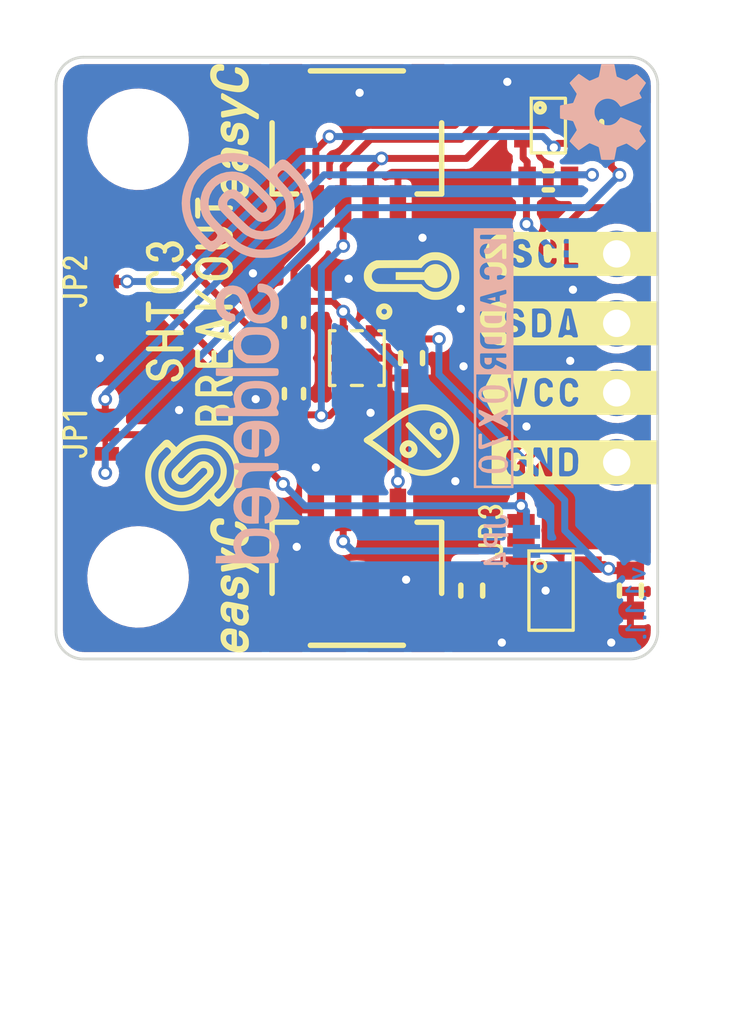
<source format=kicad_pcb>
(kicad_pcb (version 20210623) (generator pcbnew)
  (title_block (title "SHTC3 breakout") (date "2021-07-15") (rev "V1.1.1.") (company "SOLDERED") (comment 1 "333032"))
  (layers (0 "F.Cu" mixed) (31 "B.Cu" signal) (34 "B.Paste" user) (35 "F.Paste" user) (36 "B.SilkS" user "B.Silkscreen") (37 "F.SilkS" user "F.Silkscreen") (38 "B.Mask" user) (39 "F.Mask" user) (44 "Edge.Cuts" user))
  (net 0 "")
  (net 1 "3V3")
  (net 2 "GND")
  (net 3 "Net-(C2-Pad2)")
  (net 4 "SDA_PULL5")
  (net 5 "5V")
  (net 6 "SCL_PULL5")
  (net 7 "SDA_PULL3,3")
  (net 8 "SCL_PULL3,3")
  (net 9 "SDA3,3")
  (net 10 "SCL3,3")
  (net 11 "SCL5")
  (net 12 "SDA5")
  (footprint "Soldered Graphics:Logo-Front-easyC-5mm" (layer "F.Cu") (at 86.5 137.3 90)
    (fp_text reference "G***" hide)
    (fp_text value "LOGO" hide)
  )
  (footprint "e-radionica.com footprinti:SOT-363" (layer "F.Cu") (at 98 120.5)
    (fp_text reference "U1")
    (fp_text value "NMOS-DUAL")
    (pad "1" smd rect locked (at -0.92 -0.65 90) (size 0.3 0.66) (layers "F.Cu" "F.Paste" "F.Mask") (net 9 "SDA3,3"))
    (pad "2" smd rect locked (at -0.92 0 90) (size 0.3 0.66) (layers "F.Cu" "F.Paste" "F.Mask") (net 1 "3V3"))
    (pad "3" smd rect locked (at -0.92 0.65 90) (size 0.3 0.66) (layers "F.Cu" "F.Paste" "F.Mask") (net 11 "SCL5"))
    (pad "4" smd rect locked (at 0.92 0.65 90) (size 0.3 0.66) (layers "F.Cu" "F.Paste" "F.Mask") (net 10 "SCL3,3"))
    (pad "5" smd rect locked (at 0.92 0 90) (size 0.3 0.66) (layers "F.Cu" "F.Paste" "F.Mask") (net 1 "3V3"))
    (pad "6" smd rect locked (at 0.92 -0.65 90) (size 0.3 0.66) (layers "F.Cu" "F.Paste" "F.Mask") (net 12 "SDA5"))
  )
  (footprint "Soldered Graphics:Symbol-Front-Temperature" (layer "F.Cu") (at 93 126 90)
    (fp_text reference "G***" hide)
    (fp_text value "LOGO" hide)
  )
  (footprint "e-radionica.com footprinti:SMD_JUMPER_3_PAD_TRACE" (layer "F.Cu") (at 81.8 131.8 -90)
    (fp_text reference "JP1")
    (fp_text value "SMD_JUMPER_3_PAD_TRACE")
    (fp_poly (pts (xy 0.45 0.05) (xy 0.25 0.05) (xy 0.25 -0.05) (xy 0.45 -0.05)) (layer "F.Cu") (width 0.1) (fill solid))
    (fp_poly (pts (xy -0.25 0.05) (xy -0.45 0.05) (xy -0.45 -0.05) (xy -0.25 -0.05)) (layer "F.Cu") (width 0.1) (fill solid))
    (pad "1" smd rect locked (at -0.7 0 90) (size 0.5 1) (layers "F.Cu" "F.Mask") (net 6 "SCL_PULL5"))
    (pad "2" smd custom locked (at 0 0 90) (size 0.5 1) (layers "F.Cu" "F.Mask") (net 5 "5V") (options (clearance outline) (anchor rect)) (primitives))
    (pad "3" smd rect locked (at 0.7 0 90) (size 0.5 1) (layers "F.Cu" "F.Mask") (net 4 "SDA_PULL5"))
  )
  (footprint "buzzardLabel" (layer "F.Cu") (at 102.4 132.81)
    (fp_text reference "" (at 0 0) (layer "F.SilkS") (effects (font (size 1.27 1.27))))
    (fp_text value "" (at 0 0) (layer "F.SilkS") (effects (font (size 1.27 1.27))))
  )
  (footprint "e-radionica.com footprinti:SMD_JUMPER_3_PAD_TRACE" (layer "F.Cu") (at 81.8 126.2 -90)
    (fp_text reference "JP2")
    (fp_text value "SMD_JUMPER_3_PAD_TRACE")
    (fp_poly (pts (xy 0.45 0.05) (xy 0.25 0.05) (xy 0.25 -0.05) (xy 0.45 -0.05)) (layer "F.Cu") (width 0.1) (fill solid))
    (fp_poly (pts (xy -0.25 0.05) (xy -0.45 0.05) (xy -0.45 -0.05) (xy -0.25 -0.05)) (layer "F.Cu") (width 0.1) (fill solid))
    (pad "1" smd rect locked (at -0.7 0 90) (size 0.5 1) (layers "F.Cu" "F.Mask") (net 8 "SCL_PULL3,3"))
    (pad "2" smd custom locked (at 0 0 90) (size 0.5 1) (layers "F.Cu" "F.Mask") (net 1 "3V3") (options (clearance outline) (anchor rect)) (primitives))
    (pad "3" smd rect locked (at 0.7 0 90) (size 0.5 1) (layers "F.Cu" "F.Mask") (net 7 "SDA_PULL3,3"))
  )
  (footprint "e-radionica.com footprinti:SOT-23-5" (layer "F.Cu") (at 98.1 137.5)
    (fp_text reference "U3")
    (fp_text value "SE5218")
    (pad "1" smd rect locked (at -1.3 -0.95) (size 1.1 0.6) (layers "F.Cu" "F.Paste" "F.Mask") (net 3 "Net-(C2-Pad2)"))
    (pad "2" smd rect locked (at -1.3 0) (size 1.1 0.6) (layers "F.Cu" "F.Paste" "F.Mask") (net 2 "GND"))
    (pad "3" smd rect locked (at -1.3 0.95) (size 1.1 0.6) (layers "F.Cu" "F.Paste" "F.Mask") (net 3 "Net-(C2-Pad2)"))
    (pad "4" smd rect locked (at 1.3 0.95) (size 1.1 0.6) (layers "F.Cu" "F.Paste" "F.Mask"))
    (pad "5" smd rect locked (at 1.3 -0.95) (size 1.1 0.6) (layers "F.Cu" "F.Paste" "F.Mask") (net 1 "3V3"))
  )
  (footprint "Soldered Graphics:Logo-Front-easyC-5mm" (layer "F.Cu") (at 86.5 120.7 90)
    (fp_text reference "G***" hide)
    (fp_text value "LOGO" hide)
  )
  (footprint "e-radionica.com footprinti:HOLE_3.2mm" (layer "F.Cu") (at 83 137)
    (fp_text reference "H1" hide)
    (fp_text value "HOLE_3.2mm" hide)
    (pad "" np_thru_hole circle locked (at 0 0) (size 3.2 3.2) (drill 3.2) (layers F&B.Cu *.Mask))
  )
  (footprint "e-radionica.com footprinti:0603R" (layer "F.Cu") (at 88.7 127.7 -90)
    (fp_text reference "R4")
    (fp_text value "10k")
    (pad "1" smd rect locked (at -0.775 0) (size 1 0.64) (layers "F.Cu" "F.Paste" "F.Mask") (net 10 "SCL3,3"))
    (pad "2" smd rect locked (at 0.775 0) (size 1 0.64) (layers "F.Cu" "F.Paste" "F.Mask") (net 8 "SCL_PULL3,3"))
  )
  (footprint "buzzardLabel" (layer "F.Cu") (at 80.7 131.8 90)
    (fp_text reference "" (at 0 0 90) (layer "F.SilkS") (effects (font (size 1.27 1.27))))
    (fp_text value "" (at 0 0 90) (layer "F.SilkS") (effects (font (size 1.27 1.27))))
  )
  (footprint "buzzardLabel" (layer "F.Cu") (at 80.7 126.2 90)
    (fp_text reference "" (at 0 0 90) (layer "F.SilkS") (effects (font (size 1.27 1.27))))
    (fp_text value "" (at 0 0 90) (layer "F.SilkS") (effects (font (size 1.27 1.27))))
  )
  (footprint "buzzardLabel" (layer "F.Cu") (at 102.4 125.19)
    (fp_text reference "" (at 0 0) (layer "F.SilkS") (effects (font (size 1.27 1.27))))
    (fp_text value "" (at 0 0) (layer "F.SilkS") (effects (font (size 1.27 1.27))))
  )
  (footprint "e-radionica.com footprinti:SMD-JUMPER-CONNECTED_TRACE_SLODERMASK" (layer "F.Cu") (at 97 135.3 90)
    (fp_text reference "JP3")
    (fp_text value "SMD-JUMPER-CONNECTED_TRACE_SLODERMASK")
    (fp_poly (pts (xy 0.1 0.1) (xy -0.1 0.1) (xy -0.1 -0.1) (xy 0.1 -0.1)) (layer "F.Cu") (width 0.1) (fill solid))
    (pad "1" smd rect (at -0.35 0 90) (size 0.5 1) (layers "F.Cu" "F.Mask") (net 3 "Net-(C2-Pad2)"))
    (pad "2" smd rect (at 0.35 0 90) (size 0.5 1) (layers "F.Cu" "F.Mask") (net 5 "5V"))
  )
  (footprint "Soldered Graphics:Symbol-Front-Humidity" (layer "F.Cu") (at 93 132 90)
    (fp_text reference "G***" hide)
    (fp_text value "LOGO" hide)
  )
  (footprint "e-radionica.com footprinti:0603C" (layer "F.Cu") (at 101 137.5 90)
    (fp_text reference "C1")
    (fp_text value "0.1uF")
    (pad "1" smd rect locked (at -0.73 0 90) (size 0.66 1) (layers "F.Cu" "F.Paste" "F.Mask") (net 2 "GND"))
    (pad "2" smd rect locked (at 0.73 0 90) (size 0.66 1) (layers "F.Cu" "F.Paste" "F.Mask") (net 1 "3V3"))
  )
  (footprint "Soldered Graphics:Logo-Front-Soldered-3.5mm" (layer "F.Cu") (at 85 133.2 90)
    (fp_text reference "G***" hide)
    (fp_text value "LOGO" hide)
  )
  (footprint "Soldered Graphics:Logo-Back-OSH-3.5mm" (layer "F.Cu") (at 100 120 90)
    (fp_text reference "G***" hide)
    (fp_text value "LOGO" hide)
  )
  (footprint "e-radionica.com footprinti:easyC-connector" (layer "F.Cu") (at 91 136.7 180)
    (fp_text reference "K1")
    (fp_text value "easyC-SMD")
    (pad "1" smd rect locked (at -1.5 2.15 180) (size 0.6 1.55) (layers "F.Cu" "F.Paste" "F.Mask") (net 10 "SCL3,3"))
    (pad "2" smd rect locked (at -0.5 2.15 180) (size 0.6 1.55) (layers "F.Cu" "F.Paste" "F.Mask") (net 9 "SDA3,3"))
    (pad "3" smd rect locked (at 0.5 2.15 180) (size 0.6 1.55) (layers "F.Cu" "F.Paste" "F.Mask") (net 1 "3V3"))
    (pad "4" smd rect locked (at 1.5 2.15 180) (size 0.6 1.55) (layers "F.Cu" "F.Paste" "F.Mask") (net 2 "GND"))
    (pad "5" smd rect locked (at -2.6 -2.15 180) (size 1.2 1.8) (layers "F.Cu" "F.Paste" "F.Mask") (net 2 "GND"))
    (pad "5" smd rect locked (at 2.6 -2.15 180) (size 1.2 1.8) (layers "F.Cu" "F.Paste" "F.Mask") (net 2 "GND"))
  )
  (footprint "buzzardLabel" (layer "F.Cu") (at 102.4 127.73)
    (fp_text reference "" (at 0 0) (layer "F.SilkS") (effects (font (size 1.27 1.27))))
    (fp_text value "" (at 0 0) (layer "F.SilkS") (effects (font (size 1.27 1.27))))
  )
  (footprint "Soldered Graphics:Logo-Back-SolderedFULL-15mm" (layer "F.Cu") (at 87 129 90)
    (fp_text reference "REF**" hide)
    (fp_text value "Logo-Front-SolderedFULL-15mm" hide)
  )
  (footprint "e-radionica.com footprinti:0603R" (layer "F.Cu") (at 88.7 130.3 -90)
    (fp_text reference "R1")
    (fp_text value "10k")
    (pad "1" smd rect locked (at -0.775 0) (size 1 0.64) (layers "F.Cu" "F.Paste" "F.Mask") (net 7 "SDA_PULL3,3"))
    (pad "2" smd rect locked (at 0.775 0) (size 1 0.64) (layers "F.Cu" "F.Paste" "F.Mask") (net 9 "SDA3,3"))
  )
  (footprint "buzzardLabel" (layer "F.Cu") (at 95.9 135.3 90)
    (fp_text reference "" (at 0 0 90) (layer "F.SilkS") (effects (font (size 1.27 1.27))))
    (fp_text value "" (at 0 0 90) (layer "F.SilkS") (effects (font (size 1.27 1.27))))
  )
  (footprint "e-radionica.com footprinti:SHTC3" (layer "F.Cu") (at 91 129 -90)
    (fp_text reference "U2")
    (fp_text value "SHTC3")
    (pad "1" smd rect (at -0.925 -0.5) (size 0.35 0.55) (layers "F.Cu" "F.Paste" "F.Mask") (net 1 "3V3"))
    (pad "2" smd rect (at -0.925 0.5) (size 0.35 0.55) (layers "F.Cu" "F.Paste" "F.Mask") (net 10 "SCL3,3"))
    (pad "3" smd rect (at 0.925 0.5) (size 0.35 0.55) (layers "F.Cu" "F.Paste" "F.Mask") (net 9 "SDA3,3"))
    (pad "4" smd rect (at 0.925 -0.5) (size 0.35 0.55) (layers "F.Cu" "F.Paste" "F.Mask") (net 2 "GND"))
    (pad "5" smd custom (at 0 0) (size 0.8 0.7) (layers "F.Cu" "F.Paste" "F.Mask") (net 2 "GND") (options (clearance outline) (anchor rect)) (primitives (gr_poly (pts (xy -0.75 0.3) (xy -0.75 -0.3) (xy 0.55 -0.3) (xy 0.75 -0.1) (xy 0.75 0.3)) (width 0.1) (fill yes))))
  )
  (footprint "e-radionica.com footprinti:HOLE_3.2mm" (layer "F.Cu") (at 83 121)
    (fp_text reference "H2" hide)
    (fp_text value "HOLE_3.2mm" hide)
    (pad "" np_thru_hole circle locked (at 0 0) (size 3.2 3.2) (drill 3.2) (layers F&B.Cu *.Mask))
  )
  (footprint "buzzardLabel" (layer "F.Cu") (at 102.4 130.27)
    (fp_text reference "" (at 0 0) (layer "F.SilkS") (effects (font (size 1.27 1.27))))
    (fp_text value "" (at 0 0) (layer "F.SilkS") (effects (font (size 1.27 1.27))))
  )
  (footprint "e-radionica.com footprinti:easyC-connector" (layer "F.Cu") (at 91 121.3)
    (fp_text reference "K3")
    (fp_text value "easyC-SMD")
    (pad "1" smd rect locked (at -1.5 2.15) (size 0.6 1.55) (layers "F.Cu" "F.Paste" "F.Mask") (net 10 "SCL3,3"))
    (pad "2" smd rect locked (at -0.5 2.15) (size 0.6 1.55) (layers "F.Cu" "F.Paste" "F.Mask") (net 9 "SDA3,3"))
    (pad "3" smd rect locked (at 0.5 2.15) (size 0.6 1.55) (layers "F.Cu" "F.Paste" "F.Mask") (net 1 "3V3"))
    (pad "4" smd rect locked (at 1.5 2.15) (size 0.6 1.55) (layers "F.Cu" "F.Paste" "F.Mask") (net 2 "GND"))
    (pad "5" smd rect locked (at 2.6 -2.15) (size 1.2 1.8) (layers "F.Cu" "F.Paste" "F.Mask") (net 2 "GND"))
    (pad "5" smd rect locked (at -2.6 -2.15) (size 1.2 1.8) (layers "F.Cu" "F.Paste" "F.Mask") (net 2 "GND"))
  )
  (footprint "e-radionica.com footprinti:FIDUCIAL_23" (layer "F.Cu") (at 91 138)
    (fp_text reference "FD1")
    (fp_text value "FIDUCIAL")
    (fp_circle (center 0 0) (end 1 0) (layer "F.Cu") (width 0.2) (fill none))
    (pad "1" smd circle (at 0 0) (size 1 1) (layers "F.Cu" "F.Paste" "F.Mask") (clearance 1.1))
  )
  (footprint "e-radionica.com footprinti:0603R" (layer "F.Cu") (at 98 122.5 180)
    (fp_text reference "R2")
    (fp_text value "10k")
    (pad "1" smd rect locked (at -0.775 0 270) (size 1 0.64) (layers "F.Cu" "F.Paste" "F.Mask") (net 6 "SCL_PULL5"))
    (pad "2" smd rect locked (at 0.775 0 270) (size 1 0.64) (layers "F.Cu" "F.Paste" "F.Mask") (net 11 "SCL5"))
  )
  (footprint "e-radionica.com footprinti:0603C" (layer "F.Cu") (at 93 129 90)
    (fp_text reference "C3")
    (fp_text value "2.2uF")
    (pad "1" smd rect locked (at -0.73 0 90) (size 0.66 1) (layers "F.Cu" "F.Paste" "F.Mask") (net 2 "GND"))
    (pad "2" smd rect locked (at 0.73 0 90) (size 0.66 1) (layers "F.Cu" "F.Paste" "F.Mask") (net 1 "3V3"))
  )
  (footprint "buzzardLabel" (layer "F.Cu") (at 84 127.3 90)
    (fp_text reference "" (at 0 0 90) (layer "F.SilkS") (effects (font (size 1.27 1.27))))
    (fp_text value "" (at 0 0 90) (layer "F.SilkS") (effects (font (size 1.27 1.27))))
  )
  (footprint "e-radionica.com footprinti:0603R" (layer "F.Cu") (at 100.3 120.5 -90)
    (fp_text reference "R3")
    (fp_text value "10k")
    (pad "1" smd rect locked (at -0.775 0) (size 1 0.64) (layers "F.Cu" "F.Paste" "F.Mask") (net 12 "SDA5"))
    (pad "2" smd rect locked (at 0.775 0) (size 1 0.64) (layers "F.Cu" "F.Paste" "F.Mask") (net 4 "SDA_PULL5"))
  )
  (footprint "e-radionica.com footprinti:0603C" (layer "F.Cu") (at 95.2 137.5 90)
    (fp_text reference "C2")
    (fp_text value "2.2uF")
    (pad "1" smd rect locked (at -0.73 0 90) (size 0.66 1) (layers "F.Cu" "F.Paste" "F.Mask") (net 2 "GND"))
    (pad "2" smd rect locked (at 0.73 0 90) (size 0.66 1) (layers "F.Cu" "F.Paste" "F.Mask") (net 3 "Net-(C2-Pad2)"))
  )
  (footprint "buzzardLabel" (layer "F.Cu") (at 85.8 127.3 90)
    (fp_text reference "" (at 0 0 90) (layer "F.SilkS") (effects (font (size 1.27 1.27))))
    (fp_text value "" (at 0 0 90) (layer "F.SilkS") (effects (font (size 1.27 1.27))))
  )
  (footprint "Soldered Graphics:Version1.1.1." (layer "B.Cu") (at 101.2 138 -90)
    (fp_text reference "REF**" hide)
    (fp_text value "Version1.1.1." hide)
    (fp_poly (pts (xy 1.14 -0.38) (xy 1.19 -0.38) (xy 1.24 -0.37) (xy 1.25 -0.33) (xy 1.25 -0.27) (xy 1.2 -0.26) (xy 1.15 -0.26) (xy 1.12 -0.29) (xy 1.12 -0.34) (xy 1.14 -0.38)) (layer "B.Cu") (width 0.01) (fill solid))
    (fp_poly (pts (xy 0.91 -0.35) (xy 0.96 -0.35) (xy 0.98 -0.31) (xy 0.98 0.35) (xy 0.95 0.38) (xy 0.89 0.38) (xy 0.86 0.34) (xy 0.74 0.22) (xy 0.73 0.17) (xy 0.76 0.16) (xy 0.85 0.22) (xy 0.89 0.23) (xy 0.89 -0.31) (xy 0.91 -0.35)) (layer "B.Cu") (width 0.01) (fill solid))
    (fp_poly (pts (xy 0.21 -0.35) (xy 0.26 -0.35) (xy 0.28 -0.31) (xy 0.28 0.35) (xy 0.24 0.38) (xy 0.19 0.38) (xy 0.15 0.34) (xy 0.04 0.22) (xy 0.02 0.17) (xy 0.05 0.16) (xy 0.14 0.22) (xy 0.18 0.23) (xy 0.18 -0.31) (xy 0.21 -0.35)) (layer "B.Cu") (width 0.01) (fill solid))
    (fp_poly (pts (xy 0.43 -0.38) (xy 0.48 -0.38) (xy 0.54 -0.37) (xy 0.54 -0.33) (xy 0.54 -0.27) (xy 0.5 -0.26) (xy 0.45 -0.26) (xy 0.42 -0.29) (xy 0.42 -0.34) (xy 0.43 -0.38)) (layer "B.Cu") (width 0.01) (fill solid))
    (fp_poly (pts (xy -1.15 -0.35) (xy -1.1 -0.35) (xy -1.07 -0.31) (xy -0.92 0.1) (xy -0.94 0.13) (xy -0.99 0.13) (xy -1.02 0.1) (xy -1.11 -0.16) (xy -1.13 -0.21) (xy -1.15 -0.17) (xy -1.24 0.09) (xy -1.26 0.13) (xy -1.32 0.13) (xy -1.34 0.1) (xy -1.18 -0.31) (xy -1.15 -0.35)) (layer "B.Cu") (width 0.01) (fill solid))
    (fp_poly (pts (xy -0.27 -0.38) (xy -0.22 -0.38) (xy -0.17 -0.37) (xy -0.16 -0.33) (xy -0.16 -0.27) (xy -0.21 -0.26) (xy -0.26 -0.26) (xy -0.29 -0.29) (xy -0.29 -0.34) (xy -0.27 -0.38)) (layer "B.Cu") (width 0.01) (fill solid))
    (fp_poly (pts (xy -0.5 -0.35) (xy -0.44 -0.35) (xy -0.43 -0.31) (xy -0.43 0.35) (xy -0.46 0.38) (xy -0.52 0.38) (xy -0.55 0.34) (xy -0.67 0.22) (xy -0.68 0.17) (xy -0.65 0.16) (xy -0.56 0.22) (xy -0.52 0.23) (xy -0.52 -0.31) (xy -0.5 -0.35)) (layer "B.Cu") (width 0.01) (fill solid))
  )
  (footprint "e-radionica.com footprinti:HEADER_MALE_4X1" (layer "B.Cu") (at 100.5 129 90)
    (fp_text reference "K2")
    (fp_text value "HEADER_MALE_4X1")
    (pad "1" thru_hole circle locked (at -3.81 0 90) (size 1.7 1.7) (drill 1) (layers *.Cu *.Mask) (net 2 "GND"))
    (pad "2" thru_hole circle locked (at -1.27 0 90) (size 1.7 1.7) (drill 1) (layers *.Cu *.Mask) (net 5 "5V"))
    (pad "3" thru_hole circle locked (at 1.27 0 90) (size 1.7 1.7) (drill 1) (layers *.Cu *.Mask) (net 12 "SDA5"))
    (pad "4" thru_hole circle locked (at 3.81 0 90) (size 1.7 1.7) (drill 1) (layers *.Cu *.Mask) (net 11 "SCL5"))
  )
  (footprint "buzzardLabel" (layer "B.Cu") (at 96 131.6 -90)
    (fp_text reference "" (at 0 0 90) (layer "B.SilkS") (effects (font (size 1.27 1.27)) (justify mirror)))
    (fp_text value "" (at 0 0 90) (layer "B.SilkS") (effects (font (size 1.27 1.27)) (justify mirror)))
  )
  (footprint "Soldered Graphics:Symbol-Front-I2C-ADDR-Field" (layer "B.Cu") (at 96 129 -90)
    (fp_text reference "REF**" hide)
    (fp_text value "Symbol-Front-I2C-ADDR-Field" hide)
  )
  (footprint "e-radionica.com footprinti:SMD_JUMPER" (layer "B.Cu") (at 97.2 135.7 -90)
    (fp_text reference "JP4")
    (fp_text value "SMD_JUMPER")
    (pad "1" smd rect locked (at -0.35 0 270) (size 0.5 1) (layers "B.Cu" "B.Mask") (net 5 "5V"))
    (pad "2" smd rect locked (at 0.35 0 270) (size 0.5 1) (layers "B.Cu" "B.Mask") (net 1 "3V3"))
  )
  (footprint "buzzardLabel" (layer "B.Cu") (at 96.1 135.7 -90)
    (fp_text reference "" (at 0 0 90) (layer "B.SilkS") (effects (font (size 1.27 1.27)) (justify mirror)))
    (fp_text value "" (at 0 0 90) (layer "B.SilkS") (effects (font (size 1.27 1.27)) (justify mirror)))
  )
  (gr_line (start 101 118) (end 81 118) (layer "Edge.Cuts") (width 0.1))
  (gr_arc (start 101 139) (end 101 140) (angle -90) (layer "Edge.Cuts") (width 0.1))
  (gr_arc (start 81 119) (end 81 118) (angle -90) (layer "Edge.Cuts") (width 0.1))
  (gr_line (start 102 139) (end 102 119) (layer "Edge.Cuts") (width 0.1))
  (gr_arc (start 81 139) (end 81 140) (angle 90) (layer "Edge.Cuts") (width 0.1))
  (gr_arc (start 101 119) (end 101 118) (angle 90) (layer "Edge.Cuts") (width 0.1))
  (gr_line (start 80 119) (end 80 139) (layer "Edge.Cuts") (width 0.1))
  (gr_line (start 81 140) (end 101 140) (layer "Edge.Cuts") (width 0.1))
  (segment (start 93.03 128.3) (end 93 128.27) (width 0.254) (layer "F.Cu") (net 1))
  (segment (start 91.5 128.075) (end 92.805 128.075) (width 0.254) (layer "F.Cu") (net 1))
  (segment (start 100.2 136.7) (end 100.05 136.55) (width 0.254) (layer "F.Cu") (net 1))
  (segment (start 95 121.7) (end 96.2 120.5) (width 0.254) (layer "F.Cu") (net 1))
  (segment (start 93 126.4) (end 91.5 124.9) (width 0.254) (layer "F.Cu") (net 1))
  (segment (start 90.5 135.7) (end 90.5 134.55) (width 0.254) (layer "F.Cu") (net 1))
  (segment (start 82.6 126.2) (end 81.8 126.2) (width 0.254) (layer "F.Cu") (net 1))
  (segment (start 96.2 120.5) (end 97.08 120.5) (width 0.254) (layer "F.Cu") (net 1))
  (segment (start 100.05 136.55) (end 99.2 136.55) (width 0.254) (layer "F.Cu") (net 1))
  (segment (start 100.2 136.7) (end 100.27 136.77) (width 0.254) (layer "F.Cu") (net 1))
  (segment (start 91.9 121.7) (end 91.5 122.1) (width 0.254) (layer "F.Cu") (net 1))
  (segment (start 91.9 121.7) (end 95 121.7) (width 0.254) (layer "F.Cu") (net 1))
  (segment (start 100.27 136.77) (end 100.8 136.77) (width 0.254) (layer "F.Cu") (net 1))
  (segment (start 94 128.3) (end 93.03 128.3) (width 0.254) (layer "F.Cu") (net 1))
  (segment (start 93 128.27) (end 93 126.4) (width 0.254) (layer "F.Cu") (net 1))
  (segment (start 91.5 122.1) (end 91.5 123.45) (width 0.254) (layer "F.Cu") (net 1))
  (segment (start 98.92 120.5) (end 97.08 120.5) (width 0.254) (layer "F.Cu") (net 1))
  (segment (start 91.5 124.9) (end 91.5 123.45) (width 0.254) (layer "F.Cu") (net 1))
  (segment (start 92.805 128.075) (end 93 128.27) (width 0.254) (layer "F.Cu") (net 1))
  (via (at 100.2 136.7) (size 0.5) (drill 0.3) (layers "F.Cu" "B.Cu") (net 1))
  (via (at 82.6 126.2) (size 0.5) (drill 0.3) (layers "F.Cu" "B.Cu") (net 1))
  (via (at 90.5 135.7) (size 0.5) (drill 0.3) (layers "F.Cu" "B.Cu") (net 1))
  (via (at 94 128.3) (size 0.5) (drill 0.3) (layers "F.Cu" "B.Cu") (net 1))
  (via (at 91.9 121.7) (size 0.5) (drill 0.3) (layers "F.Cu" "B.Cu") (net 1))
  (segment (start 89 121.7) (end 91.9 121.7) (width 0.254) (layer "B.Cu") (net 1))
  (segment (start 94 129.6) (end 94 128.3) (width 0.254) (layer "B.Cu") (net 1))
  (segment (start 97.2 136.05) (end 90.85 136.05) (width 0.254) (layer "B.Cu") (net 1))
  (segment (start 98.6 135.3) (end 98.6 134.2) (width 0.254) (layer "B.Cu") (net 1))
  (segment (start 90.85 136.05) (end 90.5 135.7) (width 0.254) (layer "B.Cu") (net 1))
  (segment (start 98.6 134.2) (end 94 129.6) (width 0.254) (layer "B.Cu") (net 1))
  (segment (start 84.5 126.2) (end 89 121.7) (width 0.254) (layer "B.Cu") (net 1))
  (segment (start 99.35 136.05) (end 97.2 136.05) (width 0.254) (layer "B.Cu") (net 1))
  (segment (start 100.2 136.7) (end 100 136.7) (width 0.254) (layer "B.Cu") (net 1))
  (segment (start 82.6 126.2) (end 84.5 126.2) (width 0.254) (layer "B.Cu") (net 1))
  (segment (start 100 136.7) (end 99.35 136.05) (width 0.254) (layer "B.Cu") (net 1))
  (segment (start 99.35 136.05) (end 98.6 135.3) (width 0.254) (layer "B.Cu") (net 1))
  (via (at 94.8 127.2) (size 0.5) (drill 0.3) (layers "F.Cu" "B.Cu") (net 2))
  (via (at 92.8 137.1) (size 0.5) (drill 0.3) (layers "F.Cu" "B.Cu") (net 2))
  (via (at 90.7 126.1) (size 0.5) (drill 0.3) (layers "F.Cu" "B.Cu") (net 2))
  (via (at 94.9 129.3) (size 0.5) (drill 0.3) (layers "F.Cu" "B.Cu") (net 2))
  (via (at 98.8 129.1) (size 0.5) (drill 0.3) (layers "F.Cu" "B.Cu") (net 2))
  (via (at 96.5 118.9) (size 0.5) (drill 0.3) (layers "F.Cu" "B.Cu") (net 2))
  (via (at 97.9 137.5) (size 0.5) (drill 0.3) (layers "F.Cu" "B.Cu") (net 2))
  (via (at 94.6 133.5) (size 0.5) (drill 0.3) (layers "F.Cu" "B.Cu") (net 2))
  (via (at 87.2 125.9) (size 0.5) (drill 0.3) (layers "F.Cu" "B.Cu") (net 2))
  (via (at 98.9 126.5) (size 0.5) (drill 0.3) (layers "F.Cu" "B.Cu") (net 2))
  (via (at 89.5 133) (size 0.5) (drill 0.3) (layers "F.Cu" "B.Cu") (net 2))
  (via (at 84.5 130.9) (size 0.5) (drill 0.3) (layers "F.Cu" "B.Cu") (net 2))
  (via (at 81.6 129) (size 0.5) (drill 0.3) (layers "F.Cu" "B.Cu") (net 2))
  (via (at 91.5 131) (size 0.5) (drill 0.3) (layers "F.Cu" "B.Cu") (net 2))
  (via (at 87.3 130.5) (size 0.5) (drill 0.3) (layers "F.Cu" "B.Cu") (net 2))
  (via (at 97.2 131.5) (size 0.5) (drill 0.3) (layers "F.Cu" "B.Cu") (net 2))
  (via (at 91.1 119.3) (size 0.5) (drill 0.3) (layers "F.Cu" "B.Cu") (net 2))
  (via (at 100.3 139.4) (size 0.5) (drill 0.3) (layers "F.Cu" "B.Cu") (net 2))
  (via (at 88.8 135.9) (size 0.5) (drill 0.3) (layers "F.Cu" "B.Cu") (net 2))
  (via (at 96.3 139.4) (size 0.5) (drill 0.3) (layers "F.Cu" "B.Cu") (net 2))
  (via (at 93.4 124.6) (size 0.5) (drill 0.3) (layers "F.Cu" "B.Cu") (net 2))
  (segment (start 97.95 136.55) (end 97 136.55) (width 0.254) (layer "F.Cu") (net 3))
  (segment (start 98.6 137.2) (end 97.95 136.55) (width 0.254) (layer "F.Cu") (net 3))
  (segment (start 98.6 137.8) (end 98.6 137.2) (width 0.254) (layer "F.Cu") (net 3))
  (segment (start 97 135.65) (end 97 136.55) (width 0.3) (layer "F.Cu") (net 3))
  (segment (start 97.95 138.45) (end 98.6 137.8) (width 0.254) (layer "F.Cu") (net 3))
  (segment (start 97 138.45) (end 97.95 138.45) (width 0.254) (layer "F.Cu") (net 3))
  (segment (start 97 136.55) (end 95.62 136.55) (width 0.3) (layer "F.Cu") (net 3))
  (segment (start 95.62 136.55) (end 95.4 136.77) (width 0.3) (layer "F.Cu") (net 3))
  (segment (start 100.6 122.3) (end 100.3 122) (width 0.254) (layer "F.Cu") (net 4))
  (segment (start 100.3 122) (end 100.3 121.275) (width 0.254) (layer "F.Cu") (net 4))
  (segment (start 81.8 133.2) (end 81.8 132.5) (width 0.254) (layer "F.Cu") (net 4))
  (via (at 81.8 133.2) (size 0.5) (drill 0.3) (layers "F.Cu" "B.Cu") (net 4))
  (via (at 100.6 122.3) (size 0.5) (drill 0.3) (layers "F.Cu" "B.Cu") (net 4))
  (segment (start 100.6 122.3) (end 99.4 123.5) (width 0.254) (layer "B.Cu") (net 4))
  (segment (start 90.7 123.5) (end 81.8 132.4) (width 0.254) (layer "B.Cu") (net 4))
  (segment (start 99.4 123.5) (end 90.7 123.5) (width 0.254) (layer "B.Cu") (net 4))
  (segment (start 81.8 132.4) (end 81.8 133.2) (width 0.254) (layer "B.Cu") (net 4))
  (segment (start 86.5 131.8) (end 81.8 131.8) (width 0.254) (layer "F.Cu") (net 5))
  (segment (start 97 134.4) (end 97 132.9) (width 0.3) (layer "F.Cu") (net 5))
  (segment (start 88.3 133.6) (end 86.5 131.8) (width 0.254) (layer "F.Cu") (net 5))
  (segment (start 97 134.4) (end 97 134.95) (width 0.3) (layer "F.Cu") (net 5))
  (segment (start 97 132.9) (end 99.63 130.27) (width 0.3) (layer "F.Cu") (net 5))
  (segment (start 99.63 130.27) (end 100.5 130.27) (width 0.3) (layer "F.Cu") (net 5))
  (via (at 88.3 133.6) (size 0.5) (drill 0.3) (layers "F.Cu" "B.Cu") (net 5))
  (via (at 97 134.4) (size 0.5) (drill 0.3) (layers "F.Cu" "B.Cu") (net 5))
  (segment (start 97 134.4) (end 97.2 134.6) (width 0.254) (layer "B.Cu") (net 5))
  (segment (start 88.3 133.6) (end 89.1 134.4) (width 0.254) (layer "B.Cu") (net 5))
  (segment (start 89.1 134.4) (end 97 134.4) (width 0.254) (layer "B.Cu") (net 5))
  (segment (start 97.2 134.6) (end 97.2 135.35) (width 0.254) (layer "B.Cu") (net 5))
  (segment (start 81.8 130.5) (end 81.8 131.1) (width 0.254) (layer "F.Cu") (net 6))
  (segment (start 98.975 122.3) (end 98.775 122.5) (width 0.254) (layer "F.Cu") (net 6))
  (segment (start 99.6 122.3) (end 98.975 122.3) (width 0.254) (layer "F.Cu") (net 6))
  (via (at 81.8 130.5) (size 0.5) (drill 0.3) (layers "F.Cu" "B.Cu") (net 6))
  (via (at 99.6 122.3) (size 0.5) (drill 0.3) (layers "F.Cu" "B.Cu") (net 6))
  (segment (start 89.8 122.3) (end 99.6 122.3) (width 0.254) (layer "B.Cu") (net 6))
  (segment (start 81.8 130.5) (end 81.8 130.3) (width 0.254) (layer "B.Cu") (net 6))
  (segment (start 81.8 130.3) (end 89.8 122.3) (width 0.254) (layer "B.Cu") (net 6))
  (segment (start 86.425 129.525) (end 83.8 126.9) (width 0.254) (layer "F.Cu") (net 7))
  (segment (start 88.7 129.525) (end 86.425 129.525) (width 0.254) (layer "F.Cu") (net 7))
  (segment (start 83.8 126.9) (end 81.8 126.9) (width 0.254) (layer "F.Cu") (net 7))
  (segment (start 84.7 125.5) (end 87.675 128.475) (width 0.254) (layer "F.Cu") (net 8))
  (segment (start 81.8 125.5) (end 84.7 125.5) (width 0.254) (layer "F.Cu") (net 8))
  (segment (start 87.675 128.475) (end 88.7 128.475) (width 0.254) (layer "F.Cu") (net 8))
  (segment (start 94.8 121) (end 91.5 121) (width 0.254) (layer "F.Cu") (net 9))
  (segment (start 90.5 122) (end 90.5 123.45) (width 0.254) (layer "F.Cu") (net 9))
  (segment (start 91.5 133) (end 90.5 132) (width 0.254) (layer "F.Cu") (net 9))
  (segment (start 90.5 132) (end 90.5 130.6) (width 0.254) (layer "F.Cu") (net 9))
  (segment (start 95.95 119.85) (end 94.8 121) (width 0.254) (layer "F.Cu") (net 9))
  (segment (start 90.5 130.6) (end 90.5 129.925) (width 0.254) (layer "F.Cu") (net 9))
  (segment (start 97.08 119.85) (end 95.95 119.85) (width 0.254) (layer "F.Cu") (net 9))
  (segment (start 90.5 123.45) (end 90.5 124.9) (width 0.254) (layer "F.Cu") (net 9))
  (segment (start 89.7 131.1) (end 90 131.1) (width 0.254) (layer "F.Cu") (net 9))
  (segment (start 88.7 131.075) (end 89.675 131.075) (width 0.254) (layer "F.Cu") (net 9))
  (segment (start 90 131.1) (end 90.5 130.6) (width 0.254) (layer "F.Cu") (net 9))
  (segment (start 89.675 131.075) (end 89.7 131.1) (width 0.254) (layer "F.Cu") (net 9))
  (segment (start 91.5 134.55) (end 91.5 133) (width 0.254) (layer "F.Cu") (net 9))
  (segment (start 91.5 121) (end 90.5 122) (width 0.254) (layer "F.Cu") (net 9))
  (via (at 90.5 124.9) (size 0.5) (drill 0.3) (layers "F.Cu" "B.Cu") (net 9))
  (via (at 89.7 131.1) (size 0.5) (drill 0.3) (layers "F.Cu" "B.Cu") (net 9))
  (segment (start 89.7 125.7) (end 90.5 124.9) (width 0.254) (layer "B.Cu") (net 9))
  (segment (start 89.7 131.1) (end 89.7 125.7) (width 0.254) (layer "B.Cu") (net 9))
  (segment (start 89.5 121.4) (end 89.5 123.45) (width 0.254) (layer "F.Cu") (net 10))
  (segment (start 90.5 127.3) (end 90.5 128.075) (width 0.254) (layer "F.Cu") (net 10))
  (segment (start 90.125 126.925) (end 88.7 126.925) (width 0.254) (layer "F.Cu") (net 10))
  (segment (start 92.5 134.55) (end 92.5 133.5) (width 0.254) (layer "F.Cu") (net 10))
  (segment (start 88.7 126.925) (end 88.7 125.8) (width 0.254) (layer "F.Cu") (net 10))
  (segment (start 90 120.9) (end 89.5 121.4) (width 0.254) (layer "F.Cu") (net 10))
  (segment (start 89.5 125) (end 89.5 123.45) (width 0.254) (layer "F.Cu") (net 10))
  (segment (start 98.92 121.15) (end 98.35 121.15) (width 0.254) (layer "F.Cu") (net 10))
  (segment (start 90.5 127.3) (end 90.125 126.925) (width 0.254) (layer "F.Cu") (net 10))
  (segment (start 88.7 125.8) (end 89.5 125) (width 0.254) (layer "F.Cu") (net 10))
  (segment (start 98.35 121.15) (end 98.2 121.3) (width 0.254) (layer "F.Cu") (net 10))
  (via (at 90.5 127.3) (size 0.5) (drill 0.3) (layers "F.Cu" "B.Cu") (net 10))
  (via (at 90 120.9) (size 0.5) (drill 0.3) (layers "F.Cu" "B.Cu") (net 10))
  (via (at 98.2 121.3) (size 0.5) (drill 0.3) (layers "F.Cu" "B.Cu") (net 10))
  (via (at 92.5 133.5) (size 0.5) (drill 0.3) (layers "F.Cu" "B.Cu") (net 10))
  (segment (start 92.5 133.5) (end 92.5 129.3) (width 0.254) (layer "B.Cu") (net 10))
  (segment (start 97.8 120.9) (end 98.2 121.3) (width 0.254) (layer "B.Cu") (net 10))
  (segment (start 90 120.9) (end 97.8 120.9) (width 0.254) (layer "B.Cu") (net 10))
  (segment (start 92.5 129.3) (end 90.5 127.3) (width 0.254) (layer "B.Cu") (net 10))
  (segment (start 97.225 122.5) (end 97.225 121.825) (width 0.254) (layer "F.Cu") (net 11))
  (segment (start 97.2 124.1) (end 97.2 122.525) (width 0.254) (layer "F.Cu") (net 11))
  (segment (start 97.225 121.825) (end 97.08 121.68) (width 0.254) (layer "F.Cu") (net 11))
  (segment (start 97.2 122.525) (end 97.225 122.5) (width 0.254) (layer "F.Cu") (net 11))
  (segment (start 97.08 121.68) (end 97.08 121.15) (width 0.254) (layer "F.Cu") (net 11))
  (via (at 97.2 124.1) (size 0.5) (drill 0.3) (layers "F.Cu" "B.Cu") (net 11))
  (segment (start 98.29 125.19) (end 97.2 124.1) (width 0.254) (layer "B.Cu") (net 11))
  (segment (start 100.5 125.19) (end 98.29 125.19) (width 0.254) (layer "B.Cu") (net 11))
  (segment (start 101.4 122.9) (end 101.4 120.1) (width 0.254) (layer "F.Cu") (net 12))
  (segment (start 98.2 127.2) (end 98.2 124.6) (width 0.254) (layer "F.Cu") (net 12))
  (segment (start 99.3 123.5) (end 100.8 123.5) (width 0.254) (layer "F.Cu") (net 12))
  (segment (start 101.025 119.725) (end 100.3 119.725) (width 0.254) (layer "F.Cu") (net 12))
  (segment (start 100.8 123.5) (end 101.4 122.9) (width 0.254) (layer "F.Cu") (net 12))
  (segment (start 101.4 120.1) (end 101.025 119.725) (width 0.254) (layer "F.Cu") (net 12))
  (segment (start 100.3 119.725) (end 99.045 119.725) (width 0.254) (layer "F.Cu") (net 12))
  (segment (start 100.5 127.73) (end 98.73 127.73) (width 0.254) (layer "F.Cu") (net 12))
  (segment (start 99.045 119.725) (end 98.92 119.85) (width 0.254) (layer "F.Cu") (net 12))
  (segment (start 98.73 127.73) (end 98.2 127.2) (width 0.254) (layer "F.Cu") (net 12))
  (segment (start 98.2 124.6) (end 99.3 123.5) (width 0.254) (layer "F.Cu") (net 12))
  (zone (net 2) (net_name "GND") (layers F&B.Cu) (connect_pads (clearance 0.254)) (min_thickness 0.2) (fill yes (thermal_gap 0.2) (thermal_bridge_width 0.254))
    (polygon (pts (xy 102 140) (xy 80 140) (xy 80 118) (xy 102 118)))
  )
)
</source>
